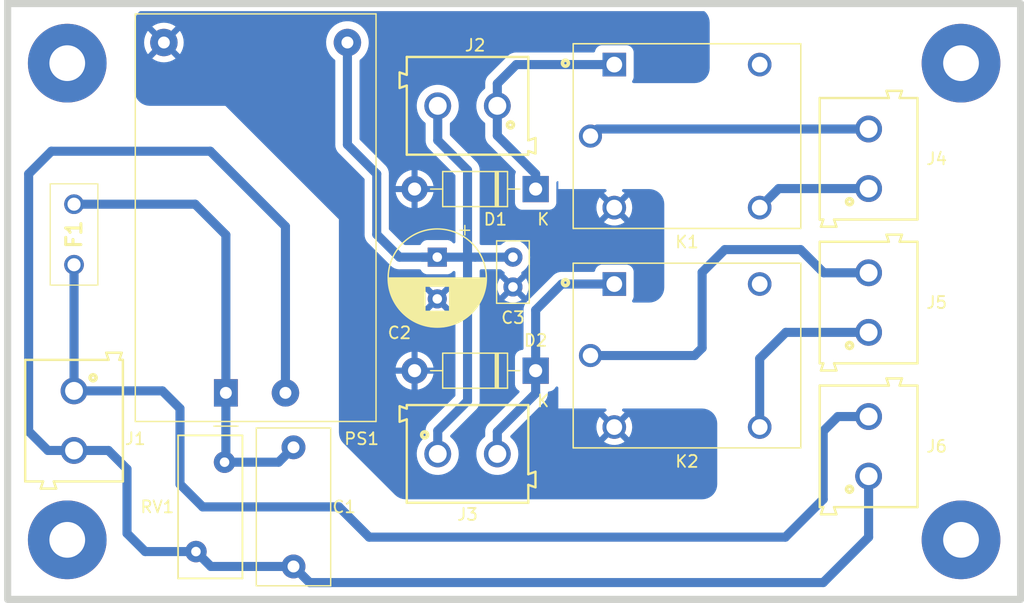
<source format=kicad_pcb>
(kicad_pcb (version 20211014) (generator pcbnew)
  (title_block (title "TX40") (date "2024-02-21") (rev "1") (company "FV SA") (comment 1 "Autor: Ing. Andres Chaparro"))
  (layers (0 "F.Cu" signal) (31 "B.Cu" signal) (34 "B.Paste" user) (35 "F.Paste" user) (36 "B.SilkS" user "B.Silkscreen") (37 "F.SilkS" user "F.Silkscreen") (38 "B.Mask" user) (39 "F.Mask" user) (44 "Edge.Cuts" user))
  (net 0 "")
  (net 1 "/L_F1")
  (net 2 "/N")
  (net 3 "+5V")
  (net 4 "GND")
  (net 5 "/A1_K1")
  (net 6 "/A1_K2")
  (net 7 "/L")
  (net 8 "/COM__K1")
  (net 9 "/NO__K1")
  (net 10 "/COM__K2")
  (net 11 "/NO__K2")
  (footprint "footprints:RELAY_SRD-05VDC-SL-C" (layer "F.Cu") (at 167.005 71.12)
    (fp_text reference "K1" (at 0 8.89) (layer "F.SilkS") (effects (font (size 1.000094 1.000094))))
    (fp_text value "SRD-05VDC-SL-C")
    (fp_line (start -9.55 7.75) (end -9.55 -7.75) (layer "F.SilkS") (width 0.127))
    (fp_line (start 9.55 -7.75) (end 9.55 7.75) (layer "F.SilkS") (width 0.127))
    (fp_line (start -9.55 -7.75) (end 9.55 -7.75) (layer "F.SilkS") (width 0.127))
    (fp_line (start 9.55 7.75) (end -9.55 7.75) (layer "F.SilkS") (width 0.127))
    (fp_circle (center -10.2 -6.119) (end -10.1 -6.119) (layer "F.SilkS") (width 0.3) (fill none))
    (pad "A1" thru_hole rect (at -6.1 -6) (size 1.98 1.98) (drill 1.32) (layers *.Cu *.Mask) (net 5 "/A1_K1"))
    (pad "A2" thru_hole circle (at -6.1 6) (size 1.98 1.98) (drill 1.32) (layers *.Cu *.Mask) (net 4 "GND"))
    (pad "COM" thru_hole circle (at -8.1 0) (size 1.935 1.935) (drill 1.29) (layers *.Cu *.Mask) (net 8 "/COM__K1"))
    (pad "NC" thru_hole circle (at 6.1 -6) (size 1.98 1.98) (drill 1.32) (layers *.Cu *.Mask))
    (pad "NO" thru_hole circle (at 6.1 6) (size 1.98 1.98) (drill 1.32) (layers *.Cu *.Mask) (net 9 "/NO__K1"))
  )
  (footprint "footprints:691111710002" (layer "F.Cu") (at 182.245 97.155 90)
    (property "VALUE" "691111710002")
    (fp_text reference "J6" (at 0 5.715 180) (layer "F.SilkS"))
    (fp_text value "691111710002")
    (fp_line (start 5.7 1.5) (end 5.7 2.8) (layer "F.SilkS") (width 0.2))
    (fp_line (start 5.1 4.1) (end -5.1 4.1) (layer "F.SilkS") (width 0.2))
    (fp_line (start -5.7 -2.7) (end -5.7 -4) (layer "F.SilkS") (width 0.2))
    (fp_line (start 5.7 2.8) (end 5.1 2.6) (layer "F.SilkS") (width 0.2))
    (fp_line (start -5.1 -4.1) (end 5.1 -4.1) (layer "F.SilkS") (width 0.2))
    (fp_line (start -5.1 -3.8) (end -5.1 -4.1) (layer "F.SilkS") (width 0.2))
    (fp_line (start -5.7 -4) (end -5.1 -3.8) (layer "F.SilkS") (width 0.2))
    (fp_line (start -5.1 4.1) (end -5.1 -2.9) (layer "F.SilkS") (width 0.2))
    (fp_line (start 5.1 1.7) (end 5.7 1.5) (layer "F.SilkS") (width 0.2))
    (fp_line (start -5.1 -2.9) (end -5.7 -2.7) (layer "F.SilkS") (width 0.2))
    (fp_line (start 5.1 -4.1) (end 5.1 1.7) (layer "F.SilkS") (width 0.2))
    (fp_line (start 5.1 2.6) (end 5.1 4.1) (layer "F.SilkS") (width 0.2))
    (fp_circle (center -3.6 -1.6) (end -3.5 -1.6) (layer "F.SilkS") (width 0.3) (fill none))
    (pad "1" thru_hole circle (at -2.5 0 90) (size 2.25 2.25) (drill 1.5) (layers *.Cu *.Mask) (net 2 "/N"))
    (pad "2" thru_hole circle (at 2.5 0 90) (size 2.25 2.25) (drill 1.5) (layers *.Cu *.Mask) (net 7 "/L"))
  )
  (footprint "Diode_THT:D_DO-41_SOD81_P10.16mm_Horizontal" (layer "F.Cu") (at 154.305 90.805 180)
    (fp_text reference "D2" (at 0 2.54) (layer "F.SilkS"))
    (fp_text value "1N4007")
    (fp_text user "K" (at -0.635 -2.54) (layer "F.SilkS"))
    (fp_line (start 3.14 -1.47) (end 3.14 1.47) (layer "F.SilkS") (width 0.12))
    (fp_line (start 3.26 -1.47) (end 3.26 1.47) (layer "F.SilkS") (width 0.12))
    (fp_line (start 3.38 -1.47) (end 3.38 1.47) (layer "F.SilkS") (width 0.12))
    (fp_line (start 2.36 -1.47) (end 2.36 1.47) (layer "F.SilkS") (width 0.12))
    (fp_line (start 2.36 1.47) (end 7.8 1.47) (layer "F.SilkS") (width 0.12))
    (fp_line (start 1.34 0) (end 2.36 0) (layer "F.SilkS") (width 0.12))
    (fp_line (start 7.8 -1.47) (end 2.36 -1.47) (layer "F.SilkS") (width 0.12))
    (fp_line (start 7.8 1.47) (end 7.8 -1.47) (layer "F.SilkS") (width 0.12))
    (fp_line (start 8.82 0) (end 7.8 0) (layer "F.SilkS") (width 0.12))
    (pad "1" thru_hole rect (at 0 0 180) (size 2.2 2.2) (drill 1.1) (layers *.Cu *.Mask) (net 6 "/A1_K2"))
    (pad "2" thru_hole oval (at 10.16 0 180) (size 2.2 2.2) (drill 1.1) (layers *.Cu *.Mask) (net 4 "GND"))
  )
  (footprint "footprints:RELAY_SRD-05VDC-SL-C" (layer "F.Cu") (at 167.005 89.535)
    (fp_text reference "K2" (at 0 8.89) (layer "F.SilkS") (effects (font (size 1.000094 1.000094))))
    (fp_text value "SRD-05VDC-SL-C")
    (fp_line (start 9.55 7.75) (end -9.55 7.75) (layer "F.SilkS") (width 0.127))
    (fp_line (start -9.55 -7.75) (end 9.55 -7.75) (layer "F.SilkS") (width 0.127))
    (fp_line (start 9.55 -7.75) (end 9.55 7.75) (layer "F.SilkS") (width 0.127))
    (fp_line (start -9.55 7.75) (end -9.55 -7.75) (layer "F.SilkS") (width 0.127))
    (fp_circle (center -10.2 -6.119) (end -10.1 -6.119) (layer "F.SilkS") (width 0.3) (fill none))
    (pad "A1" thru_hole rect (at -6.1 -6) (size 1.98 1.98) (drill 1.32) (layers *.Cu *.Mask) (net 6 "/A1_K2"))
    (pad "A2" thru_hole circle (at -6.1 6) (size 1.98 1.98) (drill 1.32) (layers *.Cu *.Mask) (net 4 "GND"))
    (pad "COM" thru_hole circle (at -8.1 0) (size 1.935 1.935) (drill 1.29) (layers *.Cu *.Mask) (net 10 "/COM__K2"))
    (pad "NC" thru_hole circle (at 6.1 -6) (size 1.98 1.98) (drill 1.32) (layers *.Cu *.Mask))
    (pad "NO" thru_hole circle (at 6.1 6) (size 1.98 1.98) (drill 1.32) (layers *.Cu *.Mask) (net 11 "/NO__K2"))
  )
  (footprint "Capacitor_THT:C_Rect_L13.0mm_W6.0mm_P10.00mm_FKS3_FKP3_MKS4" (layer "F.Cu") (at 133.985 97.235 -90)
    (fp_text reference "C1" (at 5 -4.25 180) (layer "F.SilkS"))
    (fp_text value "C")
    (fp_line (start 11.62 -3.12) (end 11.62 3.12) (layer "F.SilkS") (width 0.12))
    (fp_line (start -1.62 3.12) (end 11.62 3.12) (layer "F.SilkS") (width 0.12))
    (fp_line (start -1.62 -3.12) (end -1.62 3.12) (layer "F.SilkS") (width 0.12))
    (fp_line (start -1.62 -3.12) (end 11.62 -3.12) (layer "F.SilkS") (width 0.12))
    (pad "1" thru_hole circle (at 0 0 270) (size 2 2) (drill 1) (layers *.Cu *.Mask) (net 1 "/L_F1"))
    (pad "2" thru_hole circle (at 10 0 270) (size 2 2) (drill 1) (layers *.Cu *.Mask) (net 2 "/N"))
  )
  (footprint "footprints:691111710002" (layer "F.Cu") (at 182.245 73.025 90)
    (property "VALUE" "691111710002")
    (fp_text reference "J4" (at 0 5.715 180) (layer "F.SilkS"))
    (fp_text value "691111710002")
    (fp_line (start -5.1 -4.1) (end 5.1 -4.1) (layer "F.SilkS") (width 0.2))
    (fp_line (start -5.1 -3.8) (end -5.1 -4.1) (layer "F.SilkS") (width 0.2))
    (fp_line (start 5.1 -4.1) (end 5.1 1.7) (layer "F.SilkS") (width 0.2))
    (fp_line (start -5.7 -2.7) (end -5.7 -4) (layer "F.SilkS") (width 0.2))
    (fp_line (start -5.1 -2.9) (end -5.7 -2.7) (layer "F.SilkS") (width 0.2))
    (fp_line (start 5.1 2.6) (end 5.1 4.1) (layer "F.SilkS") (width 0.2))
    (fp_line (start 5.7 2.8) (end 5.1 2.6) (layer "F.SilkS") (width 0.2))
    (fp_line (start 5.7 1.5) (end 5.7 2.8) (layer "F.SilkS") (width 0.2))
    (fp_line (start -5.7 -4) (end -5.1 -3.8) (layer "F.SilkS") (width 0.2))
    (fp_line (start 5.1 1.7) (end 5.7 1.5) (layer "F.SilkS") (width 0.2))
    (fp_line (start 5.1 4.1) (end -5.1 4.1) (layer "F.SilkS") (width 0.2))
    (fp_line (start -5.1 4.1) (end -5.1 -2.9) (layer "F.SilkS") (width 0.2))
    (fp_circle (center -3.6 -1.6) (end -3.5 -1.6) (layer "F.SilkS") (width 0.3) (fill none))
    (pad "1" thru_hole circle (at -2.5 0 90) (size 2.25 2.25) (drill 1.5) (layers *.Cu *.Mask) (net 9 "/NO__K1"))
    (pad "2" thru_hole circle (at 2.5 0 90) (size 2.25 2.25) (drill 1.5) (layers *.Cu *.Mask) (net 8 "/COM__K1"))
  )
  (footprint "footprints:691111710002" (layer "F.Cu") (at 115.57 95 -90)
    (property "VALUE" "691111710002")
    (fp_text reference "J1" (at 1.52 -5.14 180) (layer "F.SilkS"))
    (fp_text value "691111710002")
    (fp_line (start 5.1 2.6) (end 5.1 4.1) (layer "F.SilkS") (width 0.2))
    (fp_line (start 5.1 -4.1) (end 5.1 1.7) (layer "F.SilkS") (width 0.2))
    (fp_line (start 5.1 4.1) (end -5.1 4.1) (layer "F.SilkS") (width 0.2))
    (fp_line (start -5.7 -2.7) (end -5.7 -4) (layer "F.SilkS") (width 0.2))
    (fp_line (start -5.1 -2.9) (end -5.7 -2.7) (layer "F.SilkS") (width 0.2))
    (fp_line (start 5.7 1.5) (end 5.7 2.8) (layer "F.SilkS") (width 0.2))
    (fp_line (start -5.1 -4.1) (end 5.1 -4.1) (layer "F.SilkS") (width 0.2))
    (fp_line (start 5.1 1.7) (end 5.7 1.5) (layer "F.SilkS") (width 0.2))
    (fp_line (start -5.1 4.1) (end -5.1 -2.9) (layer "F.SilkS") (width 0.2))
    (fp_line (start 5.7 2.8) (end 5.1 2.6) (layer "F.SilkS") (width 0.2))
    (fp_line (start -5.1 -3.8) (end -5.1 -4.1) (layer "F.SilkS") (width 0.2))
    (fp_line (start -5.7 -4) (end -5.1 -3.8) (layer "F.SilkS") (width 0.2))
    (fp_circle (center -3.6 -1.6) (end -3.5 -1.6) (layer "F.SilkS") (width 0.3) (fill none))
    (pad "1" thru_hole circle (at -2.5 0 270) (size 2.25 2.25) (drill 1.5) (layers *.Cu *.Mask) (net 7 "/L"))
    (pad "2" thru_hole circle (at 2.5 0 270) (size 2.25 2.25) (drill 1.5) (layers *.Cu *.Mask) (net 2 "/N"))
  )
  (footprint "Capacitor_THT:C_Disc_D5.0mm_W2.5mm_P2.50mm" (layer "F.Cu") (at 152.4 81.28 -90)
    (fp_text reference "C3" (at 5.08 0 180) (layer "F.SilkS"))
    (fp_text value "C")
    (fp_line (start -1.37 1.37) (end 3.87 1.37) (layer "F.SilkS") (width 0.12))
    (fp_line (start -1.37 -1.37) (end -1.37 1.37) (layer "F.SilkS") (width 0.12))
    (fp_line (start -1.37 -1.37) (end 3.87 -1.37) (layer "F.SilkS") (width 0.12))
    (fp_line (start 3.87 -1.37) (end 3.87 1.37) (layer "F.SilkS") (width 0.12))
    (pad "1" thru_hole circle (at 0 0 270) (size 1.6 1.6) (drill 0.8) (layers *.Cu *.Mask) (net 3 "+5V"))
    (pad "2" thru_hole circle (at 2.5 0 270) (size 1.6 1.6) (drill 0.8) (layers *.Cu *.Mask) (net 4 "GND"))
  )
  (footprint "footprints:691111710002" (layer "F.Cu") (at 182.245 85.09 90)
    (property "VALUE" "691111710002")
    (fp_text reference "J5" (at 0 5.715 180) (layer "F.SilkS"))
    (fp_text value "691111710002")
    (fp_line (start 5.1 -4.1) (end 5.1 1.7) (layer "F.SilkS") (width 0.2))
    (fp_line (start -5.7 -2.7) (end -5.7 -4) (layer "F.SilkS") (width 0.2))
    (fp_line (start -5.1 -2.9) (end -5.7 -2.7) (layer "F.SilkS") (width 0.2))
    (fp_line (start -5.1 -3.8) (end -5.1 -4.1) (layer "F.SilkS") (width 0.2))
    (fp_line (start 5.1 1.7) (end 5.7 1.5) (layer "F.SilkS") (width 0.2))
    (fp_line (start -5.7 -4) (end -5.1 -3.8) (layer "F.SilkS") (width 0.2))
    (fp_line (start 5.7 1.5) (end 5.7 2.8) (layer "F.SilkS") (width 0.2))
    (fp_line (start 5.7 2.8) (end 5.1 2.6) (layer "F.SilkS") (width 0.2))
    (fp_line (start -5.1 4.1) (end -5.1 -2.9) (layer "F.SilkS") (width 0.2))
    (fp_line (start -5.1 -4.1) (end 5.1 -4.1) (layer "F.SilkS") (width 0.2))
    (fp_line (start 5.1 4.1) (end -5.1 4.1) (layer "F.SilkS") (width 0.2))
    (fp_line (start 5.1 2.6) (end 5.1 4.1) (layer "F.SilkS") (width 0.2))
    (fp_circle (center -3.6 -1.6) (end -3.5 -1.6) (layer "F.SilkS") (width 0.3) (fill none))
    (pad "1" thru_hole circle (at -2.5 0 90) (size 2.25 2.25) (drill 1.5) (layers *.Cu *.Mask) (net 11 "/NO__K2"))
    (pad "2" thru_hole circle (at 2.5 0 90) (size 2.25 2.25) (drill 1.5) (layers *.Cu *.Mask) (net 10 "/COM__K2"))
  )
  (footprint "Varistor:RV_Disc_D12mm_W5.4mm_P7.5mm" (layer "F.Cu") (at 128.2 98.485 -90)
    (fp_text reference "RV1" (at 3.75 5.645 180) (layer "F.SilkS"))
    (fp_text value "Varistor")
    (fp_line (start -2.25 3.9) (end 9.75 3.9) (layer "F.SilkS") (width 0.15))
    (fp_line (start -2.25 -1.5) (end 9.75 -1.5) (layer "F.SilkS") (width 0.15))
    (fp_line (start -2.25 -1.5) (end -2.25 3.9) (layer "F.SilkS") (width 0.15))
    (fp_line (start 9.75 -1.5) (end 9.75 3.9) (layer "F.SilkS") (width 0.15))
    (pad "1" thru_hole circle (at 0 0 270) (size 1.8 1.8) (drill 0.8) (layers *.Cu *.Mask) (net 1 "/L_F1"))
    (pad "2" thru_hole circle (at 7.5 2.4 270) (size 1.8 1.8) (drill 0.8) (layers *.Cu *.Mask) (net 2 "/N"))
  )
  (footprint "footprints:691111710002" (layer "F.Cu") (at 148.59 97.79)
    (property "VALUE" "691111710002")
    (fp_text reference "J3" (at 0 5.08) (layer "F.SilkS"))
    (fp_text value "691111710002")
    (fp_line (start -5.1 -4.1) (end 5.1 -4.1) (layer "F.SilkS") (width 0.2))
    (fp_line (start -5.7 -4) (end -5.1 -3.8) (layer "F.SilkS") (width 0.2))
    (fp_line (start 5.1 4.1) (end -5.1 4.1) (layer "F.SilkS") (width 0.2))
    (fp_line (start -5.1 -3.8) (end -5.1 -4.1) (layer "F.SilkS") (width 0.2))
    (fp_line (start 5.1 2.6) (end 5.1 4.1) (layer "F.SilkS") (width 0.2))
    (fp_line (start -5.1 4.1) (end -5.1 -2.9) (layer "F.SilkS") (width 0.2))
    (fp_line (start 5.1 -4.1) (end 5.1 1.7) (layer "F.SilkS") (width 0.2))
    (fp_line (start 5.1 1.7) (end 5.7 1.5) (layer "F.SilkS") (width 0.2))
    (fp_line (start -5.7 -2.7) (end -5.7 -4) (layer "F.SilkS") (width 0.2))
    (fp_line (start 5.7 1.5) (end 5.7 2.8) (layer "F.SilkS") (width 0.2))
    (fp_line (start -5.1 -2.9) (end -5.7 -2.7) (layer "F.SilkS") (width 0.2))
    (fp_line (start 5.7 2.8) (end 5.1 2.6) (layer "F.SilkS") (width 0.2))
    (fp_circle (center -3.6 -1.6) (end -3.5 -1.6) (layer "F.SilkS") (width 0.3) (fill none))
    (pad "1" thru_hole circle (at -2.5 0) (size 2.25 2.25) (drill 1.5) (layers *.Cu *.Mask) (net 3 "+5V"))
    (pad "2" thru_hole circle (at 2.5 0) (size 2.25 2.25) (drill 1.5) (layers *.Cu *.Mask) (net 6 "/A1_K2"))
  )
  (footprint "Converter_ACDC:Converter_ACDC_HiLink_HLK-PMxx" (layer "F.Cu") (at 128.31 92.6675 90)
    (fp_text reference "PS1" (at -3.8525 11.39) (layer "F.SilkS"))
    (fp_text value "HLK-PM01")
    (fp_line (start -2.79 -1) (end -2.79 1.01) (layer "F.SilkS") (width 0.12))
    (fp_line (start 31.8 -7.6) (end -2.4 -7.6) (layer "F.SilkS") (width 0.12))
    (fp_line (start -2.4 12.6) (end 31.8 12.6) (layer "F.SilkS") (width 0.12))
    (fp_line (start -2.4 -7.6) (end -2.4 12.6) (layer "F.SilkS") (width 0.12))
    (fp_line (start 31.8 12.6) (end 31.8 -7.6) (layer "F.SilkS") (width 0.12))
    (pad "1" thru_hole rect (at 0 0 90) (size 2.3 2) (drill 1) (layers *.Cu *.Mask) (net 1 "/L_F1"))
    (pad "2" thru_hole circle (at 0 5 90) (size 2.3 2.3) (drill 1) (layers *.Cu *.Mask) (net 2 "/N"))
    (pad "3" thru_hole circle (at 29.4 -5.2 90) (size 2.3 2.3) (drill 1) (layers *.Cu *.Mask) (net 4 "GND"))
    (pad "4" thru_hole circle (at 29.4 10.2 90) (size 2.3 2.3) (drill 1) (layers *.Cu *.Mask) (net 3 "+5V"))
  )
  (footprint "footprints:691111710002" (layer "F.Cu") (at 148.59 68.58 180)
    (property "VALUE" "691111710002")
    (fp_text reference "J2" (at -0.635 5.08) (layer "F.SilkS"))
    (fp_text value "691111710002")
    (fp_line (start 5.7 2.8) (end 5.1 2.6) (layer "F.SilkS") (width 0.2))
    (fp_line (start 5.1 1.7) (end 5.7 1.5) (layer "F.SilkS") (width 0.2))
    (fp_line (start -5.7 -2.7) (end -5.7 -4) (layer "F.SilkS") (width 0.2))
    (fp_line (start -5.1 -3.8) (end -5.1 -4.1) (layer "F.SilkS") (width 0.2))
    (fp_line (start -5.1 4.1) (end -5.1 -2.9) (layer "F.SilkS") (width 0.2))
    (fp_line (start -5.1 -4.1) (end 5.1 -4.1) (layer "F.SilkS") (width 0.2))
    (fp_line (start 5.7 1.5) (end 5.7 2.8) (layer "F.SilkS") (width 0.2))
    (fp_line (start 5.1 2.6) (end 5.1 4.1) (layer "F.SilkS") (width 0.2))
    (fp_line (start -5.7 -4) (end -5.1 -3.8) (layer "F.SilkS") (width 0.2))
    (fp_line (start 5.1 -4.1) (end 5.1 1.7) (layer "F.SilkS") (width 0.2))
    (fp_line (start -5.1 -2.9) (end -5.7 -2.7) (layer "F.SilkS") (width 0.2))
    (fp_line (start 5.1 4.1) (end -5.1 4.1) (layer "F.SilkS") (width 0.2))
    (fp_circle (center -3.6 -1.6) (end -3.5 -1.6) (layer "F.SilkS") (width 0.3) (fill none))
    (pad "1" thru_hole circle (at -2.5 0 180) (size 2.25 2.25) (drill 1.5) (layers *.Cu *.Mask) (net 5 "/A1_K1"))
    (pad "2" thru_hole circle (at 2.5 0 180) (size 2.25 2.25) (drill 1.5) (layers *.Cu *.Mask) (net 3 "+5V"))
  )
  (footprint "Diode_THT:D_DO-41_SOD81_P10.16mm_Horizontal" (layer "F.Cu") (at 154.305 75.565 180)
    (fp_text reference "D1" (at 3.38 -2.54) (layer "F.SilkS"))
    (fp_text value "1N4007")
    (fp_text user "K" (at -0.635 -2.54) (layer "F.SilkS"))
    (fp_line (start 8.82 0) (end 7.8 0) (layer "F.SilkS") (width 0.12))
    (fp_line (start 7.8 -1.47) (end 2.36 -1.47) (layer "F.SilkS") (width 0.12))
    (fp_line (start 2.36 -1.47) (end 2.36 1.47) (layer "F.SilkS") (width 0.12))
    (fp_line (start 3.14 -1.47) (end 3.14 1.47) (layer "F.SilkS") (width 0.12))
    (fp_line (start 3.38 -1.47) (end 3.38 1.47) (layer "F.SilkS") (width 0.12))
    (fp_line (start 1.34 0) (end 2.36 0) (layer "F.SilkS") (width 0.12))
    (fp_line (start 3.26 -1.47) (end 3.26 1.47) (layer "F.SilkS") (width 0.12))
    (fp_line (start 7.8 1.47) (end 7.8 -1.47) (layer "F.SilkS") (width 0.12))
    (fp_line (start 2.36 1.47) (end 7.8 1.47) (layer "F.SilkS") (width 0.12))
    (pad "1" thru_hole rect (at 0 0 180) (size 2.2 2.2) (drill 1.1) (layers *.Cu *.Mask) (net 5 "/A1_K1"))
    (pad "2" thru_hole oval (at 10.16 0 180) (size 2.2 2.2) (drill 1.1) (layers *.Cu *.Mask) (net 4 "GND"))
  )
  (footprint "Capacitor_THT:CP_Radial_D8.0mm_P3.50mm" (layer "F.Cu") (at 146.05 81.28 -90)
    (fp_text reference "C2" (at 6.35 3.175 180) (layer "F.SilkS"))
    (fp_text value "C_Polarized")
    (fp_line (start 3.951 1.04) (end 3.951 3.444) (layer "F.SilkS") (width 0.12))
    (fp_line (start 5.391 -1.89) (end 5.391 1.89) (layer "F.SilkS") (width 0.12))
    (fp_line (start 2.39 -4.03) (end 2.39 4.03) (layer "F.SilkS") (width 0.12))
    (fp_line (start 2.831 1.04) (end 2.831 3.936) (layer "F.SilkS") (width 0.12))
    (fp_line (start 3.271 1.04) (end 3.271 3.79) (layer "F.SilkS") (width 0.12))
    (fp_line (start 4.431 1.04) (end 4.431 3.09) (layer "F.SilkS") (width 0.12))
    (fp_line (start 3.711 -3.584) (end 3.711 -1.04) (layer "F.SilkS") (width 0.12))
    (fp_line (start 4.231 -3.25) (end 4.231 -1.04) (layer "F.SilkS") (width 0.12))
    (fp_line (start 3.791 1.04) (end 3.791 3.54) (layer "F.SilkS") (width 0.12))
    (fp_line (start 2.511 1.04) (end 2.511 4.01) (layer "F.SilkS") (width 0.12))
    (fp_line (start 1.75 -4.08) (end 1.75 4.08) (layer "F.SilkS") (width 0.12))
    (fp_line (start 1.83 -4.08) (end 1.83 4.08) (layer "F.SilkS") (width 0.12))
    (fp_line (start 3.471 1.04) (end 3.471 3.704) (layer "F.SilkS") (width 0.12))
    (fp_line (start 4.871 -2.651) (end 4.871 2.651) (layer "F.SilkS") (width 0.12))
    (fp_line (start 3.431 -3.722) (end 3.431 -1.04) (layer "F.SilkS") (width 0.12))
    (fp_line (start 4.351 -3.156) (end 4.351 -1.04) (layer "F.SilkS") (width 0.12))
    (fp_line (start 3.431 1.04) (end 3.431 3.722) (layer "F.SilkS") (width 0.12))
    (fp_line (start 2.671 -3.976) (end 2.671 -1.04) (layer "F.SilkS") (width 0.12))
    (fp_line (start 3.791 -3.54) (end 3.791 -1.04) (layer "F.SilkS") (width 0.12))
    (fp_line (start 2.23 -4.052) (end 2.23 4.052) (layer "F.SilkS") (width 0.12))
    (fp_line (start 3.471 -3.704) (end 3.471 -1.04) (layer "F.SilkS") (width 0.12))
    (fp_line (start 3.951 -3.444) (end 3.951 -1.04) (layer "F.SilkS") (width 0.12))
    (fp_line (start 4.751 -2.784) (end 4.751 2.784) (layer "F.SilkS") (width 0.12))
    (fp_line (start 3.991 1.04) (end 3.991 3.418) (layer "F.SilkS") (width 0.12))
    (fp_line (start 3.111 1.04) (end 3.111 3.85) (layer "F.SilkS") (width 0.12))
    (fp_line (start 4.711 -2.826) (end 4.711 2.826) (layer "F.SilkS") (width 0.12))
    (fp_line (start 2.591 1.04) (end 2.591 3.994) (layer "F.SilkS") (width 0.12))
    (fp_line (start -2.659698 -2.315) (end -1.859698 -2.315) (layer "F.SilkS") (width 0.12))
    (fp_line (start 2.11 -4.065) (end 2.11 4.065) (layer "F.SilkS") (width 0.12))
    (fp_line (start 1.95 -4.076) (end 1.95 4.076) (layer "F.SilkS") (width 0.12))
    (fp_line (start 5.631 -1.346) (end 5.631 1.346) (layer "F.SilkS") (width 0.12))
    (fp_line (start 3.751 -3.562) (end 3.751 -1.04) (layer "F.SilkS") (width 0.12))
    (fp_line (start 1.87 -4.079) (end 1.87 4.079) (layer "F.SilkS") (width 0.12))
    (fp_line (start 2.751 1.04) (end 2.751 3.957) (layer "F.SilkS") (width 0.12))
    (fp_line (start 5.231 -2.166) (end 5.231 2.166) (layer "F.SilkS") (width 0.12))
    (fp_line (start 3.351 1.04) (end 3.351 3.757) (layer "F.SilkS") (width 0.12))
    (fp_line (start 2.991 1.04) (end 2.991 3.889) (layer "F.SilkS") (width 0.12))
    (fp_line (start 5.031 -2.454) (end 5.031 2.454) (layer "F.SilkS") (width 0.12))
    (fp_line (start 2.911 1.04) (end 2.911 3.914) (layer "F.SilkS") (width 0.12))
    (fp_line (start 2.631 -3.985) (end 2.631 -1.04) (layer "F.SilkS") (width 0.12))
    (fp_line (start 1.99 -4.074) (end 1.99 4.074) (layer "F.SilkS") (width 0.12))
    (fp_line (start 2.511 -4.01) (end 2.511 -1.04) (layer "F.SilkS") (width 0.12))
    (fp_line (start 5.431 -1.813) (end 5.431 1.813) (layer "F.SilkS") (width 0.12))
    (fp_line (start 3.311 1.04) (end 3.311 3.774) (layer "F.SilkS") (width 0.12))
    (fp_line (start 3.511 -3.686) (end 3.511 -1.04) (layer "F.SilkS") (width 0.12))
    (fp_line (start 4.911 -2.604) (end 4.911 2.604) (layer "F.SilkS") (width 0.12))
    (fp_line (start 2.19 -4.057) (end 2.19 4.057) (layer "F.SilkS") (width 0.12))
    (fp_line (start 4.271 1.04) (end 4.271 3.22) (layer "F.SilkS") (width 0.12))
    (fp_line (start 3.151 -3.835) (end 3.151 -1.04) (layer "F.SilkS") (width 0.12))
    (fp_line (start 3.711 1.04) (end 3.711 3.584) (layer "F.SilkS") (width 0.12))
    (fp_line (start 2.551 -4.002) (end 2.551 -1.04) (layer "F.SilkS") (width 0.12))
    (fp_line (start 4.471 -3.055) (end 4.471 -1.04) (layer "F.SilkS") (width 0.12))
    (fp_line (start 3.351 -3.757) (end 3.351 -1.04) (layer "F.SilkS") (width 0.12))
    (fp_line (start 3.511 1.04) (end 3.511 3.686) (layer "F.SilkS") (width 0.12))
    (fp_line (start 3.671 1.04) (end 3.671 3.606) (layer "F.SilkS") (width 0.12))
    (fp_line (start 3.391 1.04) (end 3.391 3.74) (layer "F.SilkS") (width 0.12))
    (fp_line (start 2.751 -3.957) (end 2.751 -1.04) (layer "F.SilkS") (width 0.12))
    (fp_line (start 5.071 -2.4) (end 5.071 2.4) (layer "F.SilkS") (width 0.12))
    (fp_line (start 4.991 -2.505) (end 4.991 2.505) (layer "F.SilkS") (width 0.12))
    (fp_line (start 5.671 -1.229) (end 5.671 1.229) (layer "F.SilkS") (width 0.12))
    (fp_line (start 3.231 -3.805) (end 3.231 -1.04) (layer "F.SilkS") (width 0.12))
    (fp_line (start 2.471 -4.017) (end 2.471 -1.04) (layer "F.SilkS") (width 0.12))
    (fp_line (start 4.271 -3.22) (end 4.271 -1.04) (layer "F.SilkS") (width 0.12))
    (fp_line (start 4.951 -2.556) (end 4.951 2.556) (layer "F.SilkS") (width 0.12))
    (fp_line (start 4.831 -2.697) (end 4.831 2.697) (layer "F.SilkS") (width 0.12))
    (fp_line (start 4.071 1.04) (end 4.071 3.365) (layer "F.SilkS") (width 0.12))
    (fp_line (start 4.191 1.04) (end 4.191 3.28) (layer "F.SilkS") (width 0.12))
    (fp_line (start 2.15 -4.061) (end 2.15 4.061) (layer "F.SilkS") (width 0.12))
    (fp_line (start 5.311 -2.034) (end 5.311 2.034) (layer "F.SilkS") (width 0.12))
    (fp_line (start 4.791 -2.741) (end 4.791 2.741) (layer "F.SilkS") (width 0.12))
    (fp_line (start 3.631 1.04) (end 3.631 3.627) (layer "F.SilkS") (width 0.12))
    (fp_line (start 3.751 1.04) (end 3.751 3.562) (layer "F.SilkS") (width 0.12))
    (fp_line (start 3.151 1.04) (end 3.151 3.835) (layer "F.SilkS") (width 0.12))
    (fp_line (start 2.35 -4.037) (end 2.35 4.037) (layer "F.SilkS") (width 0.12))
    (fp_line (start 4.551 -2.983) (end 4.551 2.983) (layer "F.SilkS") (width 0.12))
    (fp_line (start 2.07 -4.068) (end 2.07 4.068) (layer "F.SilkS") (width 0.12))
    (fp_line (start 4.231 1.04) (end 4.231 3.25) (layer "F.SilkS") (width 0.12))
    (fp_line (start 4.511 1.04) (end 4.511 3.019) (layer "F.SilkS") (width 0.12))
    (fp_line (start 2.631 1.04) (end 2.631 3.985) (layer "F.SilkS") (width 0.12))
    (fp_line (start 5.831 -0.533) (end 5.831 0.533) (layer "F.SilkS") (width 0.12))
    (fp_line (start 3.191 -3.821) (end 3.191 -1.04) (layer "F.SilkS") (width 0.12))
    (fp_line (start 3.031 -3.877) (end 3.031 -1.04) (layer "F.SilkS") (width 0.12))
    (fp_line (start 3.391 -3.74) (end 3.391 -1.04) (layer "F.SilkS") (width 0.12))
    (fp_line (start 2.871 -3.925) (end 2.871 -1.04) (layer "F.SilkS") (width 0.12))
    (fp_line (start 3.551 1.04) (end 3.551 3.666) (layer "F.SilkS") (width 0.12))
    (fp_line (start 3.671 -3.606) (end 3.671 -1.04) (layer "F.SilkS") (width 0.12))
    (fp_line (start 5.151 -2.287) (end 5.151 2.287) (layer "F.SilkS") (width 0.12))
    (fp_line (start 2.671 1.04) (end 2.671 3.976) (layer "F.SilkS") (width 0.12))
    (fp_line (start 4.391 -3.124) (end 4.391 -1.04) (layer "F.SilkS") (width 0.12))
    (fp_line (start 1.91 -4.077) (end 1.91 4.077) (layer "F.SilkS") (width 0.12))
    (fp_line (start 4.311 1.04) (end 4.311 3.189) (layer "F.SilkS") (width 0.12))
    (fp_line (start 5.351 -1.964) (end 5.351 1.964) (layer "F.SilkS") (width 0.12))
    (fp_line (start 5.111 -2.345) (end 5.111 2.345) (layer "F.SilkS") (width 0.12))
    (fp_line (start 1.79 -4.08) (end 1.79 4.08) (layer "F.SilkS") (width 0.12))
    (fp_line (start 4.391 1.04) (end 4.391 3.124) (layer "F.SilkS") (width 0.12))
    (fp_line (start 5.751 -0.948) (end 5.751 0.948) (layer "F.SilkS") (width 0.12))
    (fp_line (start 5.551 -1.552) (end 5.551 1.552) (layer "F.SilkS") (width 0.12))
    (fp_line (start 4.591 -2.945) (end 4.591 2.945) (layer "F.SilkS") (width 0.12))
    (fp_line (start 2.471 1.04) (end 2.471 4.017) (layer "F.SilkS") (width 0.12))
    (fp_line (start 3.071 -3.863) (end 3.071 -1.04) (layer "F.SilkS") (width 0.12))
    (fp_line (start 3.591 1.04) (end 3.591 3.647) (layer "F.SilkS") (width 0.12))
    (fp_line (start 5.791 -0.768) (end 5.791 0.768) (layer "F.SilkS") (width 0.12))
    (fp_line (start 4.111 -3.338) (end 4.111 -1.04) (layer "F.SilkS") (width 0.12))
    (fp_line (start 2.711 1.04) (end 2.711 3.967) (layer "F.SilkS") (width 0.12))
    (fp_line (start 4.151 1.04) (end 4.151 3.309) (layer "F.SilkS") (width 0.12))
    (fp_line (start 2.591 -3.994) (end 2.591 -1.04) (layer "F.SilkS") (width 0.12))
    (fp_line (start 5.271 -2.102) (end 5.271 2.102) (layer "F.SilkS") (width 0.12))
    (fp_line (start 3.111 -3.85) (end 3.111 -1.04) (layer "F.SilkS") (width 0.12))
    (fp_line (start 5.471 -1.731) (end 5.471 1.731) (layer "F.SilkS") (width 0.12))
    (fp_line (start 4.471 1.04) (end 4.471 3.055) (layer "F.SilkS") (width 0.12))
    (fp_line (start 3.911 1.04) (end 3.911 3.469) (layer "F.SilkS") (width 0.12))
    (fp_line (start 4.031 -3.392) (end 4.031 -1.04) (layer "F.SilkS") (width 0.12))
    (fp_line (start 4.191 -3.28) (end 4.191 -1.04) (layer "F.SilkS") (width 0.12))
    (fp_line (start 5.191 -2.228) (end 5.191 2.228) (layer "F.SilkS") (width 0.12))
    (fp_line (start 2.831 -3.936) (end 2.831 -1.04) (layer "F.SilkS") (width 0.12))
    (fp_line (start 2.27 -4.048) (end 2.27 4.048) (layer "F.SilkS") (width 0.12))
    (fp_line (start 3.031 1.04) (end 3.031 3.877) (layer "F.SilkS") (width 0.12))
    (fp_line (start 3.871 1.04) (end 3.871 3.493) (layer "F.SilkS") (width 0.12))
    (fp_line (start 4.111 1.04) (end 4.111 3.338) (layer "F.SilkS") (width 0.12))
    (fp_line (start 2.791 1.04) (end 2.791 3.947) (layer "F.SilkS") (width 0.12))
    (fp_line (start 3.231 1.04) (end 3.231 3.805) (layer "F.SilkS") (width 0.12))
    (fp_line (start 3.591 -3.647) (end 3.591 -1.04) (layer "F.SilkS") (width 0.12))
    (fp_line (start 2.43 -4.024) (end 2.43 4.024) (layer "F.SilkS") (width 0.12))
    (fp_line (start 4.511 -3.019) (end 4.511 -1.04) (layer "F.SilkS") (width 0.12))
    (fp_line (start 3.631 -3.627) (end 3.631 -1.04) (layer "F.SilkS") (width 0.12))
    (fp_line (start 3.191 1.04) (end 3.191 3.821) (layer "F.SilkS") (width 0.12))
    (fp_line (start 3.071 1.04) (end 3.071 3.863) (layer "F.SilkS") (width 0.12))
    (fp_line (start 3.551 -3.666) (end 3.551 -1.04) (layer "F.SilkS") (width 0.12))
    (fp_line (start 3.831 1.04) (end 3.831 3.517) (layer "F.SilkS") (width 0.12))
    (fp_line (start 4.151 -3.309) (end 4.151 -1.04) (layer "F.SilkS") (width 0.12))
    (fp_line (start 4.631 -2.907) (end 4.631 2.907) (layer "F.SilkS") (width 0.12))
    (fp_line (start 3.871 -3.493) (end 3.871 -1.04) (layer "F.SilkS") (width 0.12))
    (fp_line (start 2.951 -3.902) (end 2.951 -1.04) (layer "F.SilkS") (width 0.12))
    (fp_line (start 2.951 1.04) (end 2.951 3.902) (layer "F.SilkS") (width 0.12))
    (fp_line (start 2.03 -4.071) (end 2.03 4.071) (layer "F.SilkS") (width 0.12))
    (fp_line (start -2.259698 -2.715) (end -2.259698 -1.915) (layer "F.SilkS") (width 0.12))
    (fp_line (start 2.31 -4.042) (end 2.31 4.042) (layer "F.SilkS") (width 0.12))
    (fp_line (start 3.991 -3.418) (end 3.991 -1.04) (layer "F.SilkS") (width 0.12))
    (fp_line (start 2.991 -3.889) (end 2.991 -1.04) (layer "F.SilkS") (width 0.12))
    (fp_line (start 4.431 -3.09) (end 4.431 -1.04) (layer "F.SilkS") (width 0.12))
    (fp_line (start 5.711 -1.098) (end 5.711 1.098) (layer "F.SilkS") (width 0.12))
    (fp_line (start 3.311 -3.774) (end 3.311 -1.04) (layer "F.SilkS") (width 0.12))
    (fp_line (start 2.911 -3.914) (end 2.911 -1.04) (layer "F.SilkS") (width 0.12))
    (fp_line (start 3.831 -3.517) (end 3.831 -1.04) (layer "F.SilkS") (width 0.12))
    (fp_line (start 3.911 -3.469) (end 3.911 -1.04) (layer "F.SilkS") (width 0.12))
    (fp_line (start 3.271 -3.79) (end 3.271 -1.04) (layer "F.SilkS") (width 0.12))
    (fp_line (start 2.791 -3.947) (end 2.791 -1.04) (layer "F.SilkS") (width 0.12))
    (fp_line (start 2.871 1.04) (end 2.871 3.925) (layer "F.SilkS") (width 0.12))
    (fp_line (start 5.591 -1.453) (end 5.591 1.453) (layer "F.SilkS") (width 0.12))
    (fp_line (start 4.031 1.04) (end 4.031 3.392) (layer "F.SilkS") (width 0.12))
    (fp_line (start 5.511 -1.645) (end 5.511 1.645) (layer "F.SilkS") (width 0.12))
    (fp_line (start 2.711 -3.967) (end 2.711 -1.04) (layer "F.SilkS") (width 0.12))
    (fp_line (start 2.551 1.04) (end 2.551 4.002) (layer "F.SilkS") (width 0.12))
    (fp_line (start 4.351 1.04) (end 4.351 3.156) (layer "F.SilkS") (width 0.12))
    (fp_line (start 4.311 -3.189) (end 4.311 -1.04) (layer "F.SilkS") (width 0.12))
    (fp_line (start 4.671 -2.867) (end 4.671 2.867) (layer "F.SilkS") (width 0.12))
    (fp_line (start 4.071 -3.365) (end 4.071 -1.04) (layer "F.SilkS") (width 0.12))
    (fp_circle (center 1.75 0) (end 5.87 0) (layer "F.SilkS") (width 0.12) (fill none))
    (pad "1" thru_hole rect (at 0 0 270) (size 1.6 1.6) (drill 0.8) (layers *.Cu *.Mask) (net 3 "+5V"))
    (pad "2" thru_hole circle (at 3.5 0 270) (size 1.6 1.6) (drill 0.8) (layers *.Cu *.Mask) (net 4 "GND"))
  )
  (footprint "footprints:39211000000" (layer "F.Cu") (at 115.57 81.915 90)
    (fp_text reference "F1" (at 2.54 0 90) (layer "F.SilkS") (effects (font (size 1.27 1.27) (thickness 0.254))))
    (fp_text value "39211000000" hide)
    (fp_line (start 6.79 2) (end -1.71 2) (layer "F.SilkS") (width 0.1))
    (fp_line (start 6.79 -2) (end 6.79 2) (layer "F.SilkS") (width 0.1))
    (fp_line (start -1.71 -2) (end 6.79 -2) (layer "F.SilkS") (width 0.1))
    (fp_line (start -1.71 2) (end -1.71 -2) (layer "F.SilkS") (width 0.1))
    (pad "1" thru_hole circle (at 0 0 90) (size 1.65 1.65) (drill 1.1) (layers *.Cu *.Mask) (net 7 "/L"))
    (pad "2" thru_hole circle (at 5.08 0 90) (size 1.65 1.65) (drill 1.1) (layers *.Cu *.Mask) (net 1 "/L_F1"))
  )
  (gr_rect locked (start 110 60) (end 195 110) (layer "Edge.Cuts") (width 0.6) (fill none))
  (via locked (at 190 65) (size 6.6) (drill 3) (layers "F.Cu" "B.Cu") (net 0))
  (via locked (at 115 65) (size 6.6) (drill 3) (layers "F.Cu" "B.Cu") (net 0))
  (via locked (at 115 105) (size 6.6) (drill 3) (layers "F.Cu" "B.Cu") (net 0))
  (via locked (at 190 105) (size 6.6) (drill 3) (layers "F.Cu" "B.Cu") (net 0))
  (segment (start 125.73 76.835) (end 128.31 79.415) (width 0.762) (layer "B.Cu") (net 1))
  (segment (start 128.29 98.485) (end 128.2 98.485) (width 0.762) (layer "B.Cu") (net 1))
  (segment (start 115.57 76.835) (end 125.73 76.835) (width 0.762) (layer "B.Cu") (net 1))
  (segment (start 132.735 98.485) (end 133.985 97.235) (width 0.762) (layer "B.Cu") (net 1))
  (segment (start 128.31 92.6675) (end 128.31 98.465) (width 0.762) (layer "B.Cu") (net 1))
  (segment (start 128.31 79.415) (end 128.31 92.6675) (width 0.762) (layer "B.Cu") (net 1))
  (segment (start 128.31 98.465) (end 128.29 98.485) (width 0.762) (layer "B.Cu") (net 1))
  (segment (start 128.2 98.485) (end 132.735 98.485) (width 0.762) (layer "B.Cu") (net 1))
  (segment (start 121.5425 105.985) (end 120.015 104.4575) (width 0.762) (layer "B.Cu") (net 2))
  (segment (start 135.335 108.585) (end 178.435 108.585) (width 0.762) (layer "B.Cu") (net 2))
  (segment (start 120.015 99.06) (end 118.455 97.5) (width 0.762) (layer "B.Cu") (net 2))
  (segment (start 127.05 107.235) (end 125.8 105.985) (width 0.762) (layer "B.Cu") (net 2))
  (segment (start 118.455 97.5) (end 115.57 97.5) (width 0.762) (layer "B.Cu") (net 2))
  (segment (start 120.015 104.4575) (end 120.015 99.06) (width 0.762) (layer "B.Cu") (net 2))
  (segment (start 178.435 108.585) (end 182.245 104.775) (width 0.762) (layer "B.Cu") (net 2))
  (segment (start 113.375 97.5) (end 111.76 95.885) (width 0.762) (layer "B.Cu") (net 2))
  (segment (start 113.665 72.39) (end 127 72.39) (width 0.762) (layer "B.Cu") (net 2))
  (segment (start 127 72.39) (end 133.31 78.7) (width 0.762) (layer "B.Cu") (net 2))
  (segment (start 133.31 78.7) (end 133.31 92.6675) (width 0.762) (layer "B.Cu") (net 2))
  (segment (start 125.8 105.985) (end 121.5425 105.985) (width 0.762) (layer "B.Cu") (net 2))
  (segment (start 133.985 107.235) (end 135.335 108.585) (width 0.762) (layer "B.Cu") (net 2))
  (segment (start 133.985 107.235) (end 127.05 107.235) (width 0.762) (layer "B.Cu") (net 2))
  (segment (start 182.245 104.775) (end 182.245 99.655) (width 0.762) (layer "B.Cu") (net 2))
  (segment (start 111.76 74.295) (end 113.665 72.39) (width 0.762) (layer "B.Cu") (net 2))
  (segment (start 111.76 95.885) (end 111.76 74.295) (width 0.762) (layer "B.Cu") (net 2))
  (segment (start 115.57 97.5) (end 113.375 97.5) (width 0.762) (layer "B.Cu") (net 2))
  (segment (start 138.51 71.835) (end 138.51 63.2675) (width 0.762) (layer "B.Cu") (net 3))
  (segment (start 140.97 79.375) (end 140.97 74.295) (width 0.762) (layer "B.Cu") (net 3))
  (segment (start 146.05 81.28) (end 144.78 81.28) (width 0.762) (layer "B.Cu") (net 3))
  (segment (start 148.59 93.345) (end 146.09 95.845) (width 0.762) (layer "B.Cu") (net 3))
  (segment (start 149.225 81.28) (end 152.4 81.28) (width 0.762) (layer "B.Cu") (net 3))
  (segment (start 148.59 81.28) (end 148.59 93.345) (width 0.762) (layer "B.Cu") (net 3))
  (segment (start 146.09 68.58) (end 146.09 71.4775) (width 0.762) (layer "B.Cu") (net 3))
  (segment (start 146.05 81.28) (end 142.875 81.28) (width 0.762) (layer "B.Cu") (net 3))
  (segment (start 146.09 71.4775) (end 148.59 73.9775) (width 0.762) (layer "B.Cu") (net 3))
  (segment (start 146.05 81.28) (end 149.225 81.28) (width 0.762) (layer "B.Cu") (net 3))
  (segment (start 148.59 73.9775) (end 148.59 81.28) (width 0.762) (layer "B.Cu") (net 3))
  (segment (start 142.875 81.28) (end 140.97 79.375) (width 0.762) (layer "B.Cu") (net 3))
  (segment (start 146.09 95.845) (end 146.09 97.79) (width 0.762) (layer "B.Cu") (net 3))
  (segment (start 140.97 74.295) (end 138.51 71.835) (width 0.762) (layer "B.Cu") (net 3))
  (segment (start 151.09 66.715) (end 152.685 65.12) (width 0.762) (layer "B.Cu") (net 5))
  (segment (start 154.305 74.295) (end 154.305 75.565) (width 0.762) (layer "B.Cu") (net 5))
  (segment (start 151.09 68.58) (end 151.09 71.08) (width 0.762) (layer "B.Cu") (net 5))
  (segment (start 152.685 65.12) (end 160.905 65.12) (width 0.762) (layer "B.Cu") (net 5))
  (segment (start 151.09 71.08) (end 154.305 74.295) (width 0.762) (layer "B.Cu") (net 5))
  (segment (start 151.09 68.58) (end 151.09 66.715) (width 0.762) (layer "B.Cu") (net 5))
  (segment (start 156.495 83.535) (end 160.905 83.535) (width 0.762) (layer "B.Cu") (net 6))
  (segment (start 154.305 92.71) (end 154.305 85.725) (width 0.762) (layer "B.Cu") (net 6))
  (segment (start 154.305 85.725) (end 156.495 83.535) (width 0.762) (layer "B.Cu") (net 6))
  (segment (start 151.09 97.79) (end 151.09 95.925) (width 0.762) (layer "B.Cu") (net 6))
  (segment (start 151.09 95.925) (end 154.305 92.71) (width 0.762) (layer "B.Cu") (net 6))
  (segment (start 175.26 104.775) (end 178.435 101.6) (width 0.762) (layer "B.Cu") (net 7))
  (segment (start 178.435 101.6) (end 178.435 95.885) (width 0.762) (layer "B.Cu") (net 7))
  (segment (start 140.335 104.775) (end 175.26 104.775) (width 0.762) (layer "B.Cu") (net 7))
  (segment (start 137.795 102.235) (end 140.335 104.775) (width 0.762) (layer "B.Cu") (net 7))
  (segment (start 115.57 92.5) (end 115.57 81.915) (width 0.762) (layer "B.Cu") (net 7))
  (segment (start 126.365 102.235) (end 137.795 102.235) (width 0.762) (layer "B.Cu") (net 7))
  (segment (start 179.665 94.655) (end 182.245 94.655) (width 0.762) (layer "B.Cu") (net 7))
  (segment (start 178.435 95.885) (end 179.665 94.655) (width 0.762) (layer "B.Cu") (net 7))
  (segment (start 124.46 93.98) (end 124.46 100.33) (width 0.762) (layer "B.Cu") (net 7))
  (segment (start 115.57 92.5) (end 122.98 92.5) (width 0.762) (layer "B.Cu") (net 7))
  (segment (start 122.98 92.5) (end 124.46 93.98) (width 0.762) (layer "B.Cu") (net 7))
  (segment (start 124.46 100.33) (end 126.365 102.235) (width 0.762) (layer "B.Cu") (net 7))
  (segment (start 182.245 70.525) (end 159.5 70.525) (width 0.762) (layer "B.Cu") (net 8))
  (segment (start 159.5 70.525) (end 158.905 71.12) (width 0.762) (layer "B.Cu") (net 8))
  (segment (start 182.245 75.525) (end 174.7 75.525) (width 0.762) (layer "B.Cu") (net 9))
  (segment (start 174.7 75.525) (end 173.105 77.12) (width 0.762) (layer "B.Cu") (net 9))
  (segment (start 178.475 82.59) (end 176.53 80.645) (width 0.762) (layer "B.Cu") (net 10))
  (segment (start 182.245 82.59) (end 178.475 82.59) (width 0.762) (layer "B.Cu") (net 10))
  (segment (start 168.275 88.9) (end 167.64 89.535) (width 0.762) (layer "B.Cu") (net 10))
  (segment (start 167.64 89.535) (end 158.905 89.535) (width 0.762) (layer "B.Cu") (net 10))
  (segment (start 176.53 80.645) (end 170.18 80.645) (width 0.762) (layer "B.Cu") (net 10))
  (segment (start 168.275 82.55) (end 168.275 88.9) (width 0.762) (layer "B.Cu") (net 10))
  (segment (start 170.18 80.645) (end 168.275 82.55) (width 0.762) (layer "B.Cu") (net 10))
  (segment (start 173.105 89.785) (end 175.3 87.59) (width 0.762) (layer "B.Cu") (net 11))
  (segment (start 175.3 87.59) (end 182.245 87.59) (width 0.762) (layer "B.Cu") (net 11))
  (segment (start 173.105 95.535) (end 173.105 89.785) (width 0.762) (layer "B.Cu") (net 11))
  (zone (net 4) (net_name "GND") (layer "B.Cu") (connect_pads (clearance 0.635)) (min_thickness 0.254) (fill yes (thermal_gap 0.508) (thermal_bridge_width 0.508) (smoothing fillet) (radius 1.27))
    (polygon (pts (xy 168.91 66.675) (xy 154.94 66.675) (xy 154.94 73.66) (xy 156.21 73.66) (xy 156.21 75.565) (xy 165.1 75.565) (xy 165.1 85.09) (xy 156.21 85.09) (xy 156.21 93.98) (xy 169.545 93.98) (xy 169.545 101.6) (xy 142.875 101.6) (xy 137.795 96.52) (xy 137.795 93.345) (xy 137.795 87.63) (xy 137.795 78.105) (xy 128.27 68.58) (xy 120.65 68.58) (xy 120.65 60.325) (xy 168.91 60.325)))
  )
)
</source>
